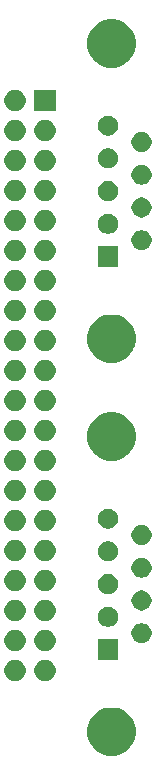
<source format=gbr>
G04 #@! TF.GenerationSoftware,KiCad,Pcbnew,(5.1.5)-3*
G04 #@! TF.CreationDate,2020-11-07T17:13:46+10:00*
G04 #@! TF.ProjectId,RaspberryPiGPIO-DualSegaController,52617370-6265-4727-9279-50694750494f,rev?*
G04 #@! TF.SameCoordinates,Original*
G04 #@! TF.FileFunction,Soldermask,Bot*
G04 #@! TF.FilePolarity,Negative*
%FSLAX46Y46*%
G04 Gerber Fmt 4.6, Leading zero omitted, Abs format (unit mm)*
G04 Created by KiCad (PCBNEW (5.1.5)-3) date 2020-11-07 17:13:46*
%MOMM*%
%LPD*%
G04 APERTURE LIST*
%ADD10C,0.100000*%
G04 APERTURE END LIST*
D10*
G36*
X115452254Y-118525818D02*
G01*
X115825511Y-118680426D01*
X115825513Y-118680427D01*
X116161436Y-118904884D01*
X116447116Y-119190564D01*
X116671574Y-119526489D01*
X116826182Y-119899746D01*
X116905000Y-120295993D01*
X116905000Y-120700007D01*
X116826182Y-121096254D01*
X116671574Y-121469511D01*
X116671573Y-121469513D01*
X116447116Y-121805436D01*
X116161436Y-122091116D01*
X115825513Y-122315573D01*
X115825512Y-122315574D01*
X115825511Y-122315574D01*
X115452254Y-122470182D01*
X115056007Y-122549000D01*
X114651993Y-122549000D01*
X114255746Y-122470182D01*
X113882489Y-122315574D01*
X113882488Y-122315574D01*
X113882487Y-122315573D01*
X113546564Y-122091116D01*
X113260884Y-121805436D01*
X113036427Y-121469513D01*
X113036426Y-121469511D01*
X112881818Y-121096254D01*
X112803000Y-120700007D01*
X112803000Y-120295993D01*
X112881818Y-119899746D01*
X113036426Y-119526489D01*
X113260884Y-119190564D01*
X113546564Y-118904884D01*
X113882487Y-118680427D01*
X113882489Y-118680426D01*
X114255746Y-118525818D01*
X114651993Y-118447000D01*
X115056007Y-118447000D01*
X115452254Y-118525818D01*
G37*
G36*
X109333512Y-114419927D02*
G01*
X109482812Y-114449624D01*
X109646784Y-114517544D01*
X109794354Y-114616147D01*
X109919853Y-114741646D01*
X110018456Y-114889216D01*
X110086376Y-115053188D01*
X110121000Y-115227259D01*
X110121000Y-115404741D01*
X110086376Y-115578812D01*
X110018456Y-115742784D01*
X109919853Y-115890354D01*
X109794354Y-116015853D01*
X109646784Y-116114456D01*
X109482812Y-116182376D01*
X109333512Y-116212073D01*
X109308742Y-116217000D01*
X109131258Y-116217000D01*
X109106488Y-116212073D01*
X108957188Y-116182376D01*
X108793216Y-116114456D01*
X108645646Y-116015853D01*
X108520147Y-115890354D01*
X108421544Y-115742784D01*
X108353624Y-115578812D01*
X108319000Y-115404741D01*
X108319000Y-115227259D01*
X108353624Y-115053188D01*
X108421544Y-114889216D01*
X108520147Y-114741646D01*
X108645646Y-114616147D01*
X108793216Y-114517544D01*
X108957188Y-114449624D01*
X109106488Y-114419927D01*
X109131258Y-114415000D01*
X109308742Y-114415000D01*
X109333512Y-114419927D01*
G37*
G36*
X106793512Y-114419927D02*
G01*
X106942812Y-114449624D01*
X107106784Y-114517544D01*
X107254354Y-114616147D01*
X107379853Y-114741646D01*
X107478456Y-114889216D01*
X107546376Y-115053188D01*
X107581000Y-115227259D01*
X107581000Y-115404741D01*
X107546376Y-115578812D01*
X107478456Y-115742784D01*
X107379853Y-115890354D01*
X107254354Y-116015853D01*
X107106784Y-116114456D01*
X106942812Y-116182376D01*
X106793512Y-116212073D01*
X106768742Y-116217000D01*
X106591258Y-116217000D01*
X106566488Y-116212073D01*
X106417188Y-116182376D01*
X106253216Y-116114456D01*
X106105646Y-116015853D01*
X105980147Y-115890354D01*
X105881544Y-115742784D01*
X105813624Y-115578812D01*
X105779000Y-115404741D01*
X105779000Y-115227259D01*
X105813624Y-115053188D01*
X105881544Y-114889216D01*
X105980147Y-114741646D01*
X106105646Y-114616147D01*
X106253216Y-114517544D01*
X106417188Y-114449624D01*
X106566488Y-114419927D01*
X106591258Y-114415000D01*
X106768742Y-114415000D01*
X106793512Y-114419927D01*
G37*
G36*
X115405000Y-114389000D02*
G01*
X113703000Y-114389000D01*
X113703000Y-112687000D01*
X115405000Y-112687000D01*
X115405000Y-114389000D01*
G37*
G36*
X109333512Y-111879927D02*
G01*
X109482812Y-111909624D01*
X109646784Y-111977544D01*
X109794354Y-112076147D01*
X109919853Y-112201646D01*
X110018456Y-112349216D01*
X110086376Y-112513188D01*
X110116073Y-112662488D01*
X110120949Y-112687000D01*
X110121000Y-112687259D01*
X110121000Y-112864741D01*
X110086376Y-113038812D01*
X110018456Y-113202784D01*
X109919853Y-113350354D01*
X109794354Y-113475853D01*
X109646784Y-113574456D01*
X109482812Y-113642376D01*
X109333512Y-113672073D01*
X109308742Y-113677000D01*
X109131258Y-113677000D01*
X109106488Y-113672073D01*
X108957188Y-113642376D01*
X108793216Y-113574456D01*
X108645646Y-113475853D01*
X108520147Y-113350354D01*
X108421544Y-113202784D01*
X108353624Y-113038812D01*
X108319000Y-112864741D01*
X108319000Y-112687259D01*
X108319052Y-112687000D01*
X108323927Y-112662488D01*
X108353624Y-112513188D01*
X108421544Y-112349216D01*
X108520147Y-112201646D01*
X108645646Y-112076147D01*
X108793216Y-111977544D01*
X108957188Y-111909624D01*
X109106488Y-111879927D01*
X109131258Y-111875000D01*
X109308742Y-111875000D01*
X109333512Y-111879927D01*
G37*
G36*
X106793512Y-111879927D02*
G01*
X106942812Y-111909624D01*
X107106784Y-111977544D01*
X107254354Y-112076147D01*
X107379853Y-112201646D01*
X107478456Y-112349216D01*
X107546376Y-112513188D01*
X107576073Y-112662488D01*
X107580949Y-112687000D01*
X107581000Y-112687259D01*
X107581000Y-112864741D01*
X107546376Y-113038812D01*
X107478456Y-113202784D01*
X107379853Y-113350354D01*
X107254354Y-113475853D01*
X107106784Y-113574456D01*
X106942812Y-113642376D01*
X106793512Y-113672073D01*
X106768742Y-113677000D01*
X106591258Y-113677000D01*
X106566488Y-113672073D01*
X106417188Y-113642376D01*
X106253216Y-113574456D01*
X106105646Y-113475853D01*
X105980147Y-113350354D01*
X105881544Y-113202784D01*
X105813624Y-113038812D01*
X105779000Y-112864741D01*
X105779000Y-112687259D01*
X105779052Y-112687000D01*
X105783927Y-112662488D01*
X105813624Y-112513188D01*
X105881544Y-112349216D01*
X105980147Y-112201646D01*
X106105646Y-112076147D01*
X106253216Y-111977544D01*
X106417188Y-111909624D01*
X106566488Y-111879927D01*
X106591258Y-111875000D01*
X106768742Y-111875000D01*
X106793512Y-111879927D01*
G37*
G36*
X117642228Y-111334703D02*
G01*
X117797100Y-111398853D01*
X117936481Y-111491985D01*
X118055015Y-111610519D01*
X118148147Y-111749900D01*
X118212297Y-111904772D01*
X118245000Y-112069184D01*
X118245000Y-112236816D01*
X118212297Y-112401228D01*
X118148147Y-112556100D01*
X118055015Y-112695481D01*
X117936481Y-112814015D01*
X117797100Y-112907147D01*
X117642228Y-112971297D01*
X117477816Y-113004000D01*
X117310184Y-113004000D01*
X117145772Y-112971297D01*
X116990900Y-112907147D01*
X116851519Y-112814015D01*
X116732985Y-112695481D01*
X116639853Y-112556100D01*
X116575703Y-112401228D01*
X116543000Y-112236816D01*
X116543000Y-112069184D01*
X116575703Y-111904772D01*
X116639853Y-111749900D01*
X116732985Y-111610519D01*
X116851519Y-111491985D01*
X116990900Y-111398853D01*
X117145772Y-111334703D01*
X117310184Y-111302000D01*
X117477816Y-111302000D01*
X117642228Y-111334703D01*
G37*
G36*
X114802228Y-109949703D02*
G01*
X114957100Y-110013853D01*
X115096481Y-110106985D01*
X115215015Y-110225519D01*
X115308147Y-110364900D01*
X115372297Y-110519772D01*
X115405000Y-110684184D01*
X115405000Y-110851816D01*
X115372297Y-111016228D01*
X115308147Y-111171100D01*
X115215015Y-111310481D01*
X115096481Y-111429015D01*
X114957100Y-111522147D01*
X114802228Y-111586297D01*
X114637816Y-111619000D01*
X114470184Y-111619000D01*
X114305772Y-111586297D01*
X114150900Y-111522147D01*
X114011519Y-111429015D01*
X113892985Y-111310481D01*
X113799853Y-111171100D01*
X113735703Y-111016228D01*
X113703000Y-110851816D01*
X113703000Y-110684184D01*
X113735703Y-110519772D01*
X113799853Y-110364900D01*
X113892985Y-110225519D01*
X114011519Y-110106985D01*
X114150900Y-110013853D01*
X114305772Y-109949703D01*
X114470184Y-109917000D01*
X114637816Y-109917000D01*
X114802228Y-109949703D01*
G37*
G36*
X109333512Y-109339927D02*
G01*
X109482812Y-109369624D01*
X109646784Y-109437544D01*
X109794354Y-109536147D01*
X109919853Y-109661646D01*
X110018456Y-109809216D01*
X110086376Y-109973188D01*
X110121000Y-110147259D01*
X110121000Y-110324741D01*
X110086376Y-110498812D01*
X110018456Y-110662784D01*
X109919853Y-110810354D01*
X109794354Y-110935853D01*
X109646784Y-111034456D01*
X109482812Y-111102376D01*
X109333512Y-111132073D01*
X109308742Y-111137000D01*
X109131258Y-111137000D01*
X109106488Y-111132073D01*
X108957188Y-111102376D01*
X108793216Y-111034456D01*
X108645646Y-110935853D01*
X108520147Y-110810354D01*
X108421544Y-110662784D01*
X108353624Y-110498812D01*
X108319000Y-110324741D01*
X108319000Y-110147259D01*
X108353624Y-109973188D01*
X108421544Y-109809216D01*
X108520147Y-109661646D01*
X108645646Y-109536147D01*
X108793216Y-109437544D01*
X108957188Y-109369624D01*
X109106488Y-109339927D01*
X109131258Y-109335000D01*
X109308742Y-109335000D01*
X109333512Y-109339927D01*
G37*
G36*
X106793512Y-109339927D02*
G01*
X106942812Y-109369624D01*
X107106784Y-109437544D01*
X107254354Y-109536147D01*
X107379853Y-109661646D01*
X107478456Y-109809216D01*
X107546376Y-109973188D01*
X107581000Y-110147259D01*
X107581000Y-110324741D01*
X107546376Y-110498812D01*
X107478456Y-110662784D01*
X107379853Y-110810354D01*
X107254354Y-110935853D01*
X107106784Y-111034456D01*
X106942812Y-111102376D01*
X106793512Y-111132073D01*
X106768742Y-111137000D01*
X106591258Y-111137000D01*
X106566488Y-111132073D01*
X106417188Y-111102376D01*
X106253216Y-111034456D01*
X106105646Y-110935853D01*
X105980147Y-110810354D01*
X105881544Y-110662784D01*
X105813624Y-110498812D01*
X105779000Y-110324741D01*
X105779000Y-110147259D01*
X105813624Y-109973188D01*
X105881544Y-109809216D01*
X105980147Y-109661646D01*
X106105646Y-109536147D01*
X106253216Y-109437544D01*
X106417188Y-109369624D01*
X106566488Y-109339927D01*
X106591258Y-109335000D01*
X106768742Y-109335000D01*
X106793512Y-109339927D01*
G37*
G36*
X117642228Y-108564703D02*
G01*
X117797100Y-108628853D01*
X117936481Y-108721985D01*
X118055015Y-108840519D01*
X118148147Y-108979900D01*
X118212297Y-109134772D01*
X118245000Y-109299184D01*
X118245000Y-109466816D01*
X118212297Y-109631228D01*
X118148147Y-109786100D01*
X118055015Y-109925481D01*
X117936481Y-110044015D01*
X117797100Y-110137147D01*
X117642228Y-110201297D01*
X117477816Y-110234000D01*
X117310184Y-110234000D01*
X117145772Y-110201297D01*
X116990900Y-110137147D01*
X116851519Y-110044015D01*
X116732985Y-109925481D01*
X116639853Y-109786100D01*
X116575703Y-109631228D01*
X116543000Y-109466816D01*
X116543000Y-109299184D01*
X116575703Y-109134772D01*
X116639853Y-108979900D01*
X116732985Y-108840519D01*
X116851519Y-108721985D01*
X116990900Y-108628853D01*
X117145772Y-108564703D01*
X117310184Y-108532000D01*
X117477816Y-108532000D01*
X117642228Y-108564703D01*
G37*
G36*
X114802228Y-107179703D02*
G01*
X114957100Y-107243853D01*
X115096481Y-107336985D01*
X115215015Y-107455519D01*
X115308147Y-107594900D01*
X115372297Y-107749772D01*
X115405000Y-107914184D01*
X115405000Y-108081816D01*
X115372297Y-108246228D01*
X115308147Y-108401100D01*
X115215015Y-108540481D01*
X115096481Y-108659015D01*
X114957100Y-108752147D01*
X114802228Y-108816297D01*
X114637816Y-108849000D01*
X114470184Y-108849000D01*
X114305772Y-108816297D01*
X114150900Y-108752147D01*
X114011519Y-108659015D01*
X113892985Y-108540481D01*
X113799853Y-108401100D01*
X113735703Y-108246228D01*
X113703000Y-108081816D01*
X113703000Y-107914184D01*
X113735703Y-107749772D01*
X113799853Y-107594900D01*
X113892985Y-107455519D01*
X114011519Y-107336985D01*
X114150900Y-107243853D01*
X114305772Y-107179703D01*
X114470184Y-107147000D01*
X114637816Y-107147000D01*
X114802228Y-107179703D01*
G37*
G36*
X109333512Y-106799927D02*
G01*
X109482812Y-106829624D01*
X109646784Y-106897544D01*
X109794354Y-106996147D01*
X109919853Y-107121646D01*
X110018456Y-107269216D01*
X110086376Y-107433188D01*
X110121000Y-107607259D01*
X110121000Y-107784741D01*
X110086376Y-107958812D01*
X110018456Y-108122784D01*
X109919853Y-108270354D01*
X109794354Y-108395853D01*
X109646784Y-108494456D01*
X109482812Y-108562376D01*
X109333512Y-108592073D01*
X109308742Y-108597000D01*
X109131258Y-108597000D01*
X109106488Y-108592073D01*
X108957188Y-108562376D01*
X108793216Y-108494456D01*
X108645646Y-108395853D01*
X108520147Y-108270354D01*
X108421544Y-108122784D01*
X108353624Y-107958812D01*
X108319000Y-107784741D01*
X108319000Y-107607259D01*
X108353624Y-107433188D01*
X108421544Y-107269216D01*
X108520147Y-107121646D01*
X108645646Y-106996147D01*
X108793216Y-106897544D01*
X108957188Y-106829624D01*
X109106488Y-106799927D01*
X109131258Y-106795000D01*
X109308742Y-106795000D01*
X109333512Y-106799927D01*
G37*
G36*
X106793512Y-106799927D02*
G01*
X106942812Y-106829624D01*
X107106784Y-106897544D01*
X107254354Y-106996147D01*
X107379853Y-107121646D01*
X107478456Y-107269216D01*
X107546376Y-107433188D01*
X107581000Y-107607259D01*
X107581000Y-107784741D01*
X107546376Y-107958812D01*
X107478456Y-108122784D01*
X107379853Y-108270354D01*
X107254354Y-108395853D01*
X107106784Y-108494456D01*
X106942812Y-108562376D01*
X106793512Y-108592073D01*
X106768742Y-108597000D01*
X106591258Y-108597000D01*
X106566488Y-108592073D01*
X106417188Y-108562376D01*
X106253216Y-108494456D01*
X106105646Y-108395853D01*
X105980147Y-108270354D01*
X105881544Y-108122784D01*
X105813624Y-107958812D01*
X105779000Y-107784741D01*
X105779000Y-107607259D01*
X105813624Y-107433188D01*
X105881544Y-107269216D01*
X105980147Y-107121646D01*
X106105646Y-106996147D01*
X106253216Y-106897544D01*
X106417188Y-106829624D01*
X106566488Y-106799927D01*
X106591258Y-106795000D01*
X106768742Y-106795000D01*
X106793512Y-106799927D01*
G37*
G36*
X117642228Y-105794703D02*
G01*
X117797100Y-105858853D01*
X117936481Y-105951985D01*
X118055015Y-106070519D01*
X118148147Y-106209900D01*
X118212297Y-106364772D01*
X118245000Y-106529184D01*
X118245000Y-106696816D01*
X118212297Y-106861228D01*
X118148147Y-107016100D01*
X118055015Y-107155481D01*
X117936481Y-107274015D01*
X117797100Y-107367147D01*
X117642228Y-107431297D01*
X117477816Y-107464000D01*
X117310184Y-107464000D01*
X117145772Y-107431297D01*
X116990900Y-107367147D01*
X116851519Y-107274015D01*
X116732985Y-107155481D01*
X116639853Y-107016100D01*
X116575703Y-106861228D01*
X116543000Y-106696816D01*
X116543000Y-106529184D01*
X116575703Y-106364772D01*
X116639853Y-106209900D01*
X116732985Y-106070519D01*
X116851519Y-105951985D01*
X116990900Y-105858853D01*
X117145772Y-105794703D01*
X117310184Y-105762000D01*
X117477816Y-105762000D01*
X117642228Y-105794703D01*
G37*
G36*
X114802228Y-104409703D02*
G01*
X114957100Y-104473853D01*
X115096481Y-104566985D01*
X115215015Y-104685519D01*
X115308147Y-104824900D01*
X115372297Y-104979772D01*
X115405000Y-105144184D01*
X115405000Y-105311816D01*
X115372297Y-105476228D01*
X115308147Y-105631100D01*
X115215015Y-105770481D01*
X115096481Y-105889015D01*
X114957100Y-105982147D01*
X114802228Y-106046297D01*
X114637816Y-106079000D01*
X114470184Y-106079000D01*
X114305772Y-106046297D01*
X114150900Y-105982147D01*
X114011519Y-105889015D01*
X113892985Y-105770481D01*
X113799853Y-105631100D01*
X113735703Y-105476228D01*
X113703000Y-105311816D01*
X113703000Y-105144184D01*
X113735703Y-104979772D01*
X113799853Y-104824900D01*
X113892985Y-104685519D01*
X114011519Y-104566985D01*
X114150900Y-104473853D01*
X114305772Y-104409703D01*
X114470184Y-104377000D01*
X114637816Y-104377000D01*
X114802228Y-104409703D01*
G37*
G36*
X106793512Y-104259927D02*
G01*
X106942812Y-104289624D01*
X107106784Y-104357544D01*
X107254354Y-104456147D01*
X107379853Y-104581646D01*
X107478456Y-104729216D01*
X107546376Y-104893188D01*
X107581000Y-105067259D01*
X107581000Y-105244741D01*
X107546376Y-105418812D01*
X107478456Y-105582784D01*
X107379853Y-105730354D01*
X107254354Y-105855853D01*
X107106784Y-105954456D01*
X106942812Y-106022376D01*
X106793512Y-106052073D01*
X106768742Y-106057000D01*
X106591258Y-106057000D01*
X106566488Y-106052073D01*
X106417188Y-106022376D01*
X106253216Y-105954456D01*
X106105646Y-105855853D01*
X105980147Y-105730354D01*
X105881544Y-105582784D01*
X105813624Y-105418812D01*
X105779000Y-105244741D01*
X105779000Y-105067259D01*
X105813624Y-104893188D01*
X105881544Y-104729216D01*
X105980147Y-104581646D01*
X106105646Y-104456147D01*
X106253216Y-104357544D01*
X106417188Y-104289624D01*
X106566488Y-104259927D01*
X106591258Y-104255000D01*
X106768742Y-104255000D01*
X106793512Y-104259927D01*
G37*
G36*
X109333512Y-104259927D02*
G01*
X109482812Y-104289624D01*
X109646784Y-104357544D01*
X109794354Y-104456147D01*
X109919853Y-104581646D01*
X110018456Y-104729216D01*
X110086376Y-104893188D01*
X110121000Y-105067259D01*
X110121000Y-105244741D01*
X110086376Y-105418812D01*
X110018456Y-105582784D01*
X109919853Y-105730354D01*
X109794354Y-105855853D01*
X109646784Y-105954456D01*
X109482812Y-106022376D01*
X109333512Y-106052073D01*
X109308742Y-106057000D01*
X109131258Y-106057000D01*
X109106488Y-106052073D01*
X108957188Y-106022376D01*
X108793216Y-105954456D01*
X108645646Y-105855853D01*
X108520147Y-105730354D01*
X108421544Y-105582784D01*
X108353624Y-105418812D01*
X108319000Y-105244741D01*
X108319000Y-105067259D01*
X108353624Y-104893188D01*
X108421544Y-104729216D01*
X108520147Y-104581646D01*
X108645646Y-104456147D01*
X108793216Y-104357544D01*
X108957188Y-104289624D01*
X109106488Y-104259927D01*
X109131258Y-104255000D01*
X109308742Y-104255000D01*
X109333512Y-104259927D01*
G37*
G36*
X117642228Y-103024703D02*
G01*
X117797100Y-103088853D01*
X117936481Y-103181985D01*
X118055015Y-103300519D01*
X118148147Y-103439900D01*
X118212297Y-103594772D01*
X118245000Y-103759184D01*
X118245000Y-103926816D01*
X118212297Y-104091228D01*
X118148147Y-104246100D01*
X118055015Y-104385481D01*
X117936481Y-104504015D01*
X117797100Y-104597147D01*
X117642228Y-104661297D01*
X117477816Y-104694000D01*
X117310184Y-104694000D01*
X117145772Y-104661297D01*
X116990900Y-104597147D01*
X116851519Y-104504015D01*
X116732985Y-104385481D01*
X116639853Y-104246100D01*
X116575703Y-104091228D01*
X116543000Y-103926816D01*
X116543000Y-103759184D01*
X116575703Y-103594772D01*
X116639853Y-103439900D01*
X116732985Y-103300519D01*
X116851519Y-103181985D01*
X116990900Y-103088853D01*
X117145772Y-103024703D01*
X117310184Y-102992000D01*
X117477816Y-102992000D01*
X117642228Y-103024703D01*
G37*
G36*
X109333512Y-101719927D02*
G01*
X109482812Y-101749624D01*
X109646784Y-101817544D01*
X109794354Y-101916147D01*
X109919853Y-102041646D01*
X110018456Y-102189216D01*
X110086376Y-102353188D01*
X110121000Y-102527259D01*
X110121000Y-102704741D01*
X110086376Y-102878812D01*
X110018456Y-103042784D01*
X109919853Y-103190354D01*
X109794354Y-103315853D01*
X109646784Y-103414456D01*
X109482812Y-103482376D01*
X109333512Y-103512073D01*
X109308742Y-103517000D01*
X109131258Y-103517000D01*
X109106488Y-103512073D01*
X108957188Y-103482376D01*
X108793216Y-103414456D01*
X108645646Y-103315853D01*
X108520147Y-103190354D01*
X108421544Y-103042784D01*
X108353624Y-102878812D01*
X108319000Y-102704741D01*
X108319000Y-102527259D01*
X108353624Y-102353188D01*
X108421544Y-102189216D01*
X108520147Y-102041646D01*
X108645646Y-101916147D01*
X108793216Y-101817544D01*
X108957188Y-101749624D01*
X109106488Y-101719927D01*
X109131258Y-101715000D01*
X109308742Y-101715000D01*
X109333512Y-101719927D01*
G37*
G36*
X106793512Y-101719927D02*
G01*
X106942812Y-101749624D01*
X107106784Y-101817544D01*
X107254354Y-101916147D01*
X107379853Y-102041646D01*
X107478456Y-102189216D01*
X107546376Y-102353188D01*
X107581000Y-102527259D01*
X107581000Y-102704741D01*
X107546376Y-102878812D01*
X107478456Y-103042784D01*
X107379853Y-103190354D01*
X107254354Y-103315853D01*
X107106784Y-103414456D01*
X106942812Y-103482376D01*
X106793512Y-103512073D01*
X106768742Y-103517000D01*
X106591258Y-103517000D01*
X106566488Y-103512073D01*
X106417188Y-103482376D01*
X106253216Y-103414456D01*
X106105646Y-103315853D01*
X105980147Y-103190354D01*
X105881544Y-103042784D01*
X105813624Y-102878812D01*
X105779000Y-102704741D01*
X105779000Y-102527259D01*
X105813624Y-102353188D01*
X105881544Y-102189216D01*
X105980147Y-102041646D01*
X106105646Y-101916147D01*
X106253216Y-101817544D01*
X106417188Y-101749624D01*
X106566488Y-101719927D01*
X106591258Y-101715000D01*
X106768742Y-101715000D01*
X106793512Y-101719927D01*
G37*
G36*
X114802228Y-101639703D02*
G01*
X114957100Y-101703853D01*
X115096481Y-101796985D01*
X115215015Y-101915519D01*
X115308147Y-102054900D01*
X115372297Y-102209772D01*
X115405000Y-102374184D01*
X115405000Y-102541816D01*
X115372297Y-102706228D01*
X115308147Y-102861100D01*
X115215015Y-103000481D01*
X115096481Y-103119015D01*
X114957100Y-103212147D01*
X114802228Y-103276297D01*
X114637816Y-103309000D01*
X114470184Y-103309000D01*
X114305772Y-103276297D01*
X114150900Y-103212147D01*
X114011519Y-103119015D01*
X113892985Y-103000481D01*
X113799853Y-102861100D01*
X113735703Y-102706228D01*
X113703000Y-102541816D01*
X113703000Y-102374184D01*
X113735703Y-102209772D01*
X113799853Y-102054900D01*
X113892985Y-101915519D01*
X114011519Y-101796985D01*
X114150900Y-101703853D01*
X114305772Y-101639703D01*
X114470184Y-101607000D01*
X114637816Y-101607000D01*
X114802228Y-101639703D01*
G37*
G36*
X109333512Y-99179927D02*
G01*
X109482812Y-99209624D01*
X109646784Y-99277544D01*
X109794354Y-99376147D01*
X109919853Y-99501646D01*
X110018456Y-99649216D01*
X110086376Y-99813188D01*
X110121000Y-99987259D01*
X110121000Y-100164741D01*
X110086376Y-100338812D01*
X110018456Y-100502784D01*
X109919853Y-100650354D01*
X109794354Y-100775853D01*
X109646784Y-100874456D01*
X109482812Y-100942376D01*
X109333512Y-100972073D01*
X109308742Y-100977000D01*
X109131258Y-100977000D01*
X109106488Y-100972073D01*
X108957188Y-100942376D01*
X108793216Y-100874456D01*
X108645646Y-100775853D01*
X108520147Y-100650354D01*
X108421544Y-100502784D01*
X108353624Y-100338812D01*
X108319000Y-100164741D01*
X108319000Y-99987259D01*
X108353624Y-99813188D01*
X108421544Y-99649216D01*
X108520147Y-99501646D01*
X108645646Y-99376147D01*
X108793216Y-99277544D01*
X108957188Y-99209624D01*
X109106488Y-99179927D01*
X109131258Y-99175000D01*
X109308742Y-99175000D01*
X109333512Y-99179927D01*
G37*
G36*
X106793512Y-99179927D02*
G01*
X106942812Y-99209624D01*
X107106784Y-99277544D01*
X107254354Y-99376147D01*
X107379853Y-99501646D01*
X107478456Y-99649216D01*
X107546376Y-99813188D01*
X107581000Y-99987259D01*
X107581000Y-100164741D01*
X107546376Y-100338812D01*
X107478456Y-100502784D01*
X107379853Y-100650354D01*
X107254354Y-100775853D01*
X107106784Y-100874456D01*
X106942812Y-100942376D01*
X106793512Y-100972073D01*
X106768742Y-100977000D01*
X106591258Y-100977000D01*
X106566488Y-100972073D01*
X106417188Y-100942376D01*
X106253216Y-100874456D01*
X106105646Y-100775853D01*
X105980147Y-100650354D01*
X105881544Y-100502784D01*
X105813624Y-100338812D01*
X105779000Y-100164741D01*
X105779000Y-99987259D01*
X105813624Y-99813188D01*
X105881544Y-99649216D01*
X105980147Y-99501646D01*
X106105646Y-99376147D01*
X106253216Y-99277544D01*
X106417188Y-99209624D01*
X106566488Y-99179927D01*
X106591258Y-99175000D01*
X106768742Y-99175000D01*
X106793512Y-99179927D01*
G37*
G36*
X106793512Y-96639927D02*
G01*
X106942812Y-96669624D01*
X107106784Y-96737544D01*
X107254354Y-96836147D01*
X107379853Y-96961646D01*
X107478456Y-97109216D01*
X107546376Y-97273188D01*
X107581000Y-97447259D01*
X107581000Y-97624741D01*
X107546376Y-97798812D01*
X107478456Y-97962784D01*
X107379853Y-98110354D01*
X107254354Y-98235853D01*
X107106784Y-98334456D01*
X106942812Y-98402376D01*
X106793512Y-98432073D01*
X106768742Y-98437000D01*
X106591258Y-98437000D01*
X106566488Y-98432073D01*
X106417188Y-98402376D01*
X106253216Y-98334456D01*
X106105646Y-98235853D01*
X105980147Y-98110354D01*
X105881544Y-97962784D01*
X105813624Y-97798812D01*
X105779000Y-97624741D01*
X105779000Y-97447259D01*
X105813624Y-97273188D01*
X105881544Y-97109216D01*
X105980147Y-96961646D01*
X106105646Y-96836147D01*
X106253216Y-96737544D01*
X106417188Y-96669624D01*
X106566488Y-96639927D01*
X106591258Y-96635000D01*
X106768742Y-96635000D01*
X106793512Y-96639927D01*
G37*
G36*
X109333512Y-96639927D02*
G01*
X109482812Y-96669624D01*
X109646784Y-96737544D01*
X109794354Y-96836147D01*
X109919853Y-96961646D01*
X110018456Y-97109216D01*
X110086376Y-97273188D01*
X110121000Y-97447259D01*
X110121000Y-97624741D01*
X110086376Y-97798812D01*
X110018456Y-97962784D01*
X109919853Y-98110354D01*
X109794354Y-98235853D01*
X109646784Y-98334456D01*
X109482812Y-98402376D01*
X109333512Y-98432073D01*
X109308742Y-98437000D01*
X109131258Y-98437000D01*
X109106488Y-98432073D01*
X108957188Y-98402376D01*
X108793216Y-98334456D01*
X108645646Y-98235853D01*
X108520147Y-98110354D01*
X108421544Y-97962784D01*
X108353624Y-97798812D01*
X108319000Y-97624741D01*
X108319000Y-97447259D01*
X108353624Y-97273188D01*
X108421544Y-97109216D01*
X108520147Y-96961646D01*
X108645646Y-96836147D01*
X108793216Y-96737544D01*
X108957188Y-96669624D01*
X109106488Y-96639927D01*
X109131258Y-96635000D01*
X109308742Y-96635000D01*
X109333512Y-96639927D01*
G37*
G36*
X115452254Y-93525818D02*
G01*
X115825511Y-93680426D01*
X115825513Y-93680427D01*
X116161436Y-93904884D01*
X116447116Y-94190564D01*
X116671574Y-94526489D01*
X116826182Y-94899746D01*
X116905000Y-95295993D01*
X116905000Y-95700007D01*
X116826182Y-96096254D01*
X116671574Y-96469511D01*
X116671573Y-96469513D01*
X116447116Y-96805436D01*
X116161436Y-97091116D01*
X115825513Y-97315573D01*
X115825512Y-97315574D01*
X115825511Y-97315574D01*
X115452254Y-97470182D01*
X115056007Y-97549000D01*
X114651993Y-97549000D01*
X114255746Y-97470182D01*
X113882489Y-97315574D01*
X113882488Y-97315574D01*
X113882487Y-97315573D01*
X113546564Y-97091116D01*
X113260884Y-96805436D01*
X113036427Y-96469513D01*
X113036426Y-96469511D01*
X112881818Y-96096254D01*
X112803000Y-95700007D01*
X112803000Y-95295993D01*
X112881818Y-94899746D01*
X113036426Y-94526489D01*
X113260884Y-94190564D01*
X113546564Y-93904884D01*
X113882487Y-93680427D01*
X113882489Y-93680426D01*
X114255746Y-93525818D01*
X114651993Y-93447000D01*
X115056007Y-93447000D01*
X115452254Y-93525818D01*
G37*
G36*
X106793512Y-94099927D02*
G01*
X106942812Y-94129624D01*
X107106784Y-94197544D01*
X107254354Y-94296147D01*
X107379853Y-94421646D01*
X107478456Y-94569216D01*
X107546376Y-94733188D01*
X107576073Y-94882488D01*
X107579506Y-94899745D01*
X107581000Y-94907259D01*
X107581000Y-95084741D01*
X107546376Y-95258812D01*
X107478456Y-95422784D01*
X107379853Y-95570354D01*
X107254354Y-95695853D01*
X107106784Y-95794456D01*
X106942812Y-95862376D01*
X106793512Y-95892073D01*
X106768742Y-95897000D01*
X106591258Y-95897000D01*
X106566488Y-95892073D01*
X106417188Y-95862376D01*
X106253216Y-95794456D01*
X106105646Y-95695853D01*
X105980147Y-95570354D01*
X105881544Y-95422784D01*
X105813624Y-95258812D01*
X105779000Y-95084741D01*
X105779000Y-94907259D01*
X105780495Y-94899745D01*
X105783927Y-94882488D01*
X105813624Y-94733188D01*
X105881544Y-94569216D01*
X105980147Y-94421646D01*
X106105646Y-94296147D01*
X106253216Y-94197544D01*
X106417188Y-94129624D01*
X106566488Y-94099927D01*
X106591258Y-94095000D01*
X106768742Y-94095000D01*
X106793512Y-94099927D01*
G37*
G36*
X109333512Y-94099927D02*
G01*
X109482812Y-94129624D01*
X109646784Y-94197544D01*
X109794354Y-94296147D01*
X109919853Y-94421646D01*
X110018456Y-94569216D01*
X110086376Y-94733188D01*
X110116073Y-94882488D01*
X110119506Y-94899745D01*
X110121000Y-94907259D01*
X110121000Y-95084741D01*
X110086376Y-95258812D01*
X110018456Y-95422784D01*
X109919853Y-95570354D01*
X109794354Y-95695853D01*
X109646784Y-95794456D01*
X109482812Y-95862376D01*
X109333512Y-95892073D01*
X109308742Y-95897000D01*
X109131258Y-95897000D01*
X109106488Y-95892073D01*
X108957188Y-95862376D01*
X108793216Y-95794456D01*
X108645646Y-95695853D01*
X108520147Y-95570354D01*
X108421544Y-95422784D01*
X108353624Y-95258812D01*
X108319000Y-95084741D01*
X108319000Y-94907259D01*
X108320495Y-94899745D01*
X108323927Y-94882488D01*
X108353624Y-94733188D01*
X108421544Y-94569216D01*
X108520147Y-94421646D01*
X108645646Y-94296147D01*
X108793216Y-94197544D01*
X108957188Y-94129624D01*
X109106488Y-94099927D01*
X109131258Y-94095000D01*
X109308742Y-94095000D01*
X109333512Y-94099927D01*
G37*
G36*
X106793512Y-91559927D02*
G01*
X106942812Y-91589624D01*
X107106784Y-91657544D01*
X107254354Y-91756147D01*
X107379853Y-91881646D01*
X107478456Y-92029216D01*
X107546376Y-92193188D01*
X107581000Y-92367259D01*
X107581000Y-92544741D01*
X107546376Y-92718812D01*
X107478456Y-92882784D01*
X107379853Y-93030354D01*
X107254354Y-93155853D01*
X107106784Y-93254456D01*
X106942812Y-93322376D01*
X106793512Y-93352073D01*
X106768742Y-93357000D01*
X106591258Y-93357000D01*
X106566488Y-93352073D01*
X106417188Y-93322376D01*
X106253216Y-93254456D01*
X106105646Y-93155853D01*
X105980147Y-93030354D01*
X105881544Y-92882784D01*
X105813624Y-92718812D01*
X105779000Y-92544741D01*
X105779000Y-92367259D01*
X105813624Y-92193188D01*
X105881544Y-92029216D01*
X105980147Y-91881646D01*
X106105646Y-91756147D01*
X106253216Y-91657544D01*
X106417188Y-91589624D01*
X106566488Y-91559927D01*
X106591258Y-91555000D01*
X106768742Y-91555000D01*
X106793512Y-91559927D01*
G37*
G36*
X109333512Y-91559927D02*
G01*
X109482812Y-91589624D01*
X109646784Y-91657544D01*
X109794354Y-91756147D01*
X109919853Y-91881646D01*
X110018456Y-92029216D01*
X110086376Y-92193188D01*
X110121000Y-92367259D01*
X110121000Y-92544741D01*
X110086376Y-92718812D01*
X110018456Y-92882784D01*
X109919853Y-93030354D01*
X109794354Y-93155853D01*
X109646784Y-93254456D01*
X109482812Y-93322376D01*
X109333512Y-93352073D01*
X109308742Y-93357000D01*
X109131258Y-93357000D01*
X109106488Y-93352073D01*
X108957188Y-93322376D01*
X108793216Y-93254456D01*
X108645646Y-93155853D01*
X108520147Y-93030354D01*
X108421544Y-92882784D01*
X108353624Y-92718812D01*
X108319000Y-92544741D01*
X108319000Y-92367259D01*
X108353624Y-92193188D01*
X108421544Y-92029216D01*
X108520147Y-91881646D01*
X108645646Y-91756147D01*
X108793216Y-91657544D01*
X108957188Y-91589624D01*
X109106488Y-91559927D01*
X109131258Y-91555000D01*
X109308742Y-91555000D01*
X109333512Y-91559927D01*
G37*
G36*
X106793512Y-89019927D02*
G01*
X106942812Y-89049624D01*
X107106784Y-89117544D01*
X107254354Y-89216147D01*
X107379853Y-89341646D01*
X107478456Y-89489216D01*
X107546376Y-89653188D01*
X107581000Y-89827259D01*
X107581000Y-90004741D01*
X107546376Y-90178812D01*
X107478456Y-90342784D01*
X107379853Y-90490354D01*
X107254354Y-90615853D01*
X107106784Y-90714456D01*
X106942812Y-90782376D01*
X106793512Y-90812073D01*
X106768742Y-90817000D01*
X106591258Y-90817000D01*
X106566488Y-90812073D01*
X106417188Y-90782376D01*
X106253216Y-90714456D01*
X106105646Y-90615853D01*
X105980147Y-90490354D01*
X105881544Y-90342784D01*
X105813624Y-90178812D01*
X105779000Y-90004741D01*
X105779000Y-89827259D01*
X105813624Y-89653188D01*
X105881544Y-89489216D01*
X105980147Y-89341646D01*
X106105646Y-89216147D01*
X106253216Y-89117544D01*
X106417188Y-89049624D01*
X106566488Y-89019927D01*
X106591258Y-89015000D01*
X106768742Y-89015000D01*
X106793512Y-89019927D01*
G37*
G36*
X109333512Y-89019927D02*
G01*
X109482812Y-89049624D01*
X109646784Y-89117544D01*
X109794354Y-89216147D01*
X109919853Y-89341646D01*
X110018456Y-89489216D01*
X110086376Y-89653188D01*
X110121000Y-89827259D01*
X110121000Y-90004741D01*
X110086376Y-90178812D01*
X110018456Y-90342784D01*
X109919853Y-90490354D01*
X109794354Y-90615853D01*
X109646784Y-90714456D01*
X109482812Y-90782376D01*
X109333512Y-90812073D01*
X109308742Y-90817000D01*
X109131258Y-90817000D01*
X109106488Y-90812073D01*
X108957188Y-90782376D01*
X108793216Y-90714456D01*
X108645646Y-90615853D01*
X108520147Y-90490354D01*
X108421544Y-90342784D01*
X108353624Y-90178812D01*
X108319000Y-90004741D01*
X108319000Y-89827259D01*
X108353624Y-89653188D01*
X108421544Y-89489216D01*
X108520147Y-89341646D01*
X108645646Y-89216147D01*
X108793216Y-89117544D01*
X108957188Y-89049624D01*
X109106488Y-89019927D01*
X109131258Y-89015000D01*
X109308742Y-89015000D01*
X109333512Y-89019927D01*
G37*
G36*
X115452254Y-85251818D02*
G01*
X115825511Y-85406426D01*
X115825513Y-85406427D01*
X115831390Y-85410354D01*
X116161436Y-85630884D01*
X116447116Y-85916564D01*
X116671574Y-86252489D01*
X116826182Y-86625746D01*
X116905000Y-87021993D01*
X116905000Y-87426007D01*
X116826182Y-87822254D01*
X116773121Y-87950354D01*
X116671573Y-88195513D01*
X116447116Y-88531436D01*
X116161436Y-88817116D01*
X115825513Y-89041573D01*
X115825512Y-89041574D01*
X115825511Y-89041574D01*
X115452254Y-89196182D01*
X115056007Y-89275000D01*
X114651993Y-89275000D01*
X114255746Y-89196182D01*
X113882489Y-89041574D01*
X113882488Y-89041574D01*
X113882487Y-89041573D01*
X113546564Y-88817116D01*
X113260884Y-88531436D01*
X113036427Y-88195513D01*
X112934879Y-87950354D01*
X112881818Y-87822254D01*
X112803000Y-87426007D01*
X112803000Y-87021993D01*
X112881818Y-86625746D01*
X113036426Y-86252489D01*
X113260884Y-85916564D01*
X113546564Y-85630884D01*
X113876610Y-85410354D01*
X113882487Y-85406427D01*
X113882489Y-85406426D01*
X114255746Y-85251818D01*
X114651993Y-85173000D01*
X115056007Y-85173000D01*
X115452254Y-85251818D01*
G37*
G36*
X106793512Y-86479927D02*
G01*
X106942812Y-86509624D01*
X107106784Y-86577544D01*
X107254354Y-86676147D01*
X107379853Y-86801646D01*
X107478456Y-86949216D01*
X107546376Y-87113188D01*
X107581000Y-87287259D01*
X107581000Y-87464741D01*
X107546376Y-87638812D01*
X107478456Y-87802784D01*
X107379853Y-87950354D01*
X107254354Y-88075853D01*
X107106784Y-88174456D01*
X106942812Y-88242376D01*
X106793512Y-88272073D01*
X106768742Y-88277000D01*
X106591258Y-88277000D01*
X106566488Y-88272073D01*
X106417188Y-88242376D01*
X106253216Y-88174456D01*
X106105646Y-88075853D01*
X105980147Y-87950354D01*
X105881544Y-87802784D01*
X105813624Y-87638812D01*
X105779000Y-87464741D01*
X105779000Y-87287259D01*
X105813624Y-87113188D01*
X105881544Y-86949216D01*
X105980147Y-86801646D01*
X106105646Y-86676147D01*
X106253216Y-86577544D01*
X106417188Y-86509624D01*
X106566488Y-86479927D01*
X106591258Y-86475000D01*
X106768742Y-86475000D01*
X106793512Y-86479927D01*
G37*
G36*
X109333512Y-86479927D02*
G01*
X109482812Y-86509624D01*
X109646784Y-86577544D01*
X109794354Y-86676147D01*
X109919853Y-86801646D01*
X110018456Y-86949216D01*
X110086376Y-87113188D01*
X110121000Y-87287259D01*
X110121000Y-87464741D01*
X110086376Y-87638812D01*
X110018456Y-87802784D01*
X109919853Y-87950354D01*
X109794354Y-88075853D01*
X109646784Y-88174456D01*
X109482812Y-88242376D01*
X109333512Y-88272073D01*
X109308742Y-88277000D01*
X109131258Y-88277000D01*
X109106488Y-88272073D01*
X108957188Y-88242376D01*
X108793216Y-88174456D01*
X108645646Y-88075853D01*
X108520147Y-87950354D01*
X108421544Y-87802784D01*
X108353624Y-87638812D01*
X108319000Y-87464741D01*
X108319000Y-87287259D01*
X108353624Y-87113188D01*
X108421544Y-86949216D01*
X108520147Y-86801646D01*
X108645646Y-86676147D01*
X108793216Y-86577544D01*
X108957188Y-86509624D01*
X109106488Y-86479927D01*
X109131258Y-86475000D01*
X109308742Y-86475000D01*
X109333512Y-86479927D01*
G37*
G36*
X106793512Y-83939927D02*
G01*
X106942812Y-83969624D01*
X107106784Y-84037544D01*
X107254354Y-84136147D01*
X107379853Y-84261646D01*
X107478456Y-84409216D01*
X107546376Y-84573188D01*
X107581000Y-84747259D01*
X107581000Y-84924741D01*
X107546376Y-85098812D01*
X107478456Y-85262784D01*
X107379853Y-85410354D01*
X107254354Y-85535853D01*
X107106784Y-85634456D01*
X106942812Y-85702376D01*
X106793512Y-85732073D01*
X106768742Y-85737000D01*
X106591258Y-85737000D01*
X106566488Y-85732073D01*
X106417188Y-85702376D01*
X106253216Y-85634456D01*
X106105646Y-85535853D01*
X105980147Y-85410354D01*
X105881544Y-85262784D01*
X105813624Y-85098812D01*
X105779000Y-84924741D01*
X105779000Y-84747259D01*
X105813624Y-84573188D01*
X105881544Y-84409216D01*
X105980147Y-84261646D01*
X106105646Y-84136147D01*
X106253216Y-84037544D01*
X106417188Y-83969624D01*
X106566488Y-83939927D01*
X106591258Y-83935000D01*
X106768742Y-83935000D01*
X106793512Y-83939927D01*
G37*
G36*
X109333512Y-83939927D02*
G01*
X109482812Y-83969624D01*
X109646784Y-84037544D01*
X109794354Y-84136147D01*
X109919853Y-84261646D01*
X110018456Y-84409216D01*
X110086376Y-84573188D01*
X110121000Y-84747259D01*
X110121000Y-84924741D01*
X110086376Y-85098812D01*
X110018456Y-85262784D01*
X109919853Y-85410354D01*
X109794354Y-85535853D01*
X109646784Y-85634456D01*
X109482812Y-85702376D01*
X109333512Y-85732073D01*
X109308742Y-85737000D01*
X109131258Y-85737000D01*
X109106488Y-85732073D01*
X108957188Y-85702376D01*
X108793216Y-85634456D01*
X108645646Y-85535853D01*
X108520147Y-85410354D01*
X108421544Y-85262784D01*
X108353624Y-85098812D01*
X108319000Y-84924741D01*
X108319000Y-84747259D01*
X108353624Y-84573188D01*
X108421544Y-84409216D01*
X108520147Y-84261646D01*
X108645646Y-84136147D01*
X108793216Y-84037544D01*
X108957188Y-83969624D01*
X109106488Y-83939927D01*
X109131258Y-83935000D01*
X109308742Y-83935000D01*
X109333512Y-83939927D01*
G37*
G36*
X106793512Y-81399927D02*
G01*
X106942812Y-81429624D01*
X107106784Y-81497544D01*
X107254354Y-81596147D01*
X107379853Y-81721646D01*
X107478456Y-81869216D01*
X107546376Y-82033188D01*
X107581000Y-82207259D01*
X107581000Y-82384741D01*
X107546376Y-82558812D01*
X107478456Y-82722784D01*
X107379853Y-82870354D01*
X107254354Y-82995853D01*
X107106784Y-83094456D01*
X106942812Y-83162376D01*
X106793512Y-83192073D01*
X106768742Y-83197000D01*
X106591258Y-83197000D01*
X106566488Y-83192073D01*
X106417188Y-83162376D01*
X106253216Y-83094456D01*
X106105646Y-82995853D01*
X105980147Y-82870354D01*
X105881544Y-82722784D01*
X105813624Y-82558812D01*
X105779000Y-82384741D01*
X105779000Y-82207259D01*
X105813624Y-82033188D01*
X105881544Y-81869216D01*
X105980147Y-81721646D01*
X106105646Y-81596147D01*
X106253216Y-81497544D01*
X106417188Y-81429624D01*
X106566488Y-81399927D01*
X106591258Y-81395000D01*
X106768742Y-81395000D01*
X106793512Y-81399927D01*
G37*
G36*
X109333512Y-81399927D02*
G01*
X109482812Y-81429624D01*
X109646784Y-81497544D01*
X109794354Y-81596147D01*
X109919853Y-81721646D01*
X110018456Y-81869216D01*
X110086376Y-82033188D01*
X110121000Y-82207259D01*
X110121000Y-82384741D01*
X110086376Y-82558812D01*
X110018456Y-82722784D01*
X109919853Y-82870354D01*
X109794354Y-82995853D01*
X109646784Y-83094456D01*
X109482812Y-83162376D01*
X109333512Y-83192073D01*
X109308742Y-83197000D01*
X109131258Y-83197000D01*
X109106488Y-83192073D01*
X108957188Y-83162376D01*
X108793216Y-83094456D01*
X108645646Y-82995853D01*
X108520147Y-82870354D01*
X108421544Y-82722784D01*
X108353624Y-82558812D01*
X108319000Y-82384741D01*
X108319000Y-82207259D01*
X108353624Y-82033188D01*
X108421544Y-81869216D01*
X108520147Y-81721646D01*
X108645646Y-81596147D01*
X108793216Y-81497544D01*
X108957188Y-81429624D01*
X109106488Y-81399927D01*
X109131258Y-81395000D01*
X109308742Y-81395000D01*
X109333512Y-81399927D01*
G37*
G36*
X115405000Y-81115000D02*
G01*
X113703000Y-81115000D01*
X113703000Y-79413000D01*
X115405000Y-79413000D01*
X115405000Y-81115000D01*
G37*
G36*
X109333512Y-78859927D02*
G01*
X109482812Y-78889624D01*
X109646784Y-78957544D01*
X109794354Y-79056147D01*
X109919853Y-79181646D01*
X110018456Y-79329216D01*
X110086376Y-79493188D01*
X110121000Y-79667259D01*
X110121000Y-79844741D01*
X110086376Y-80018812D01*
X110018456Y-80182784D01*
X109919853Y-80330354D01*
X109794354Y-80455853D01*
X109646784Y-80554456D01*
X109482812Y-80622376D01*
X109333512Y-80652073D01*
X109308742Y-80657000D01*
X109131258Y-80657000D01*
X109106488Y-80652073D01*
X108957188Y-80622376D01*
X108793216Y-80554456D01*
X108645646Y-80455853D01*
X108520147Y-80330354D01*
X108421544Y-80182784D01*
X108353624Y-80018812D01*
X108319000Y-79844741D01*
X108319000Y-79667259D01*
X108353624Y-79493188D01*
X108421544Y-79329216D01*
X108520147Y-79181646D01*
X108645646Y-79056147D01*
X108793216Y-78957544D01*
X108957188Y-78889624D01*
X109106488Y-78859927D01*
X109131258Y-78855000D01*
X109308742Y-78855000D01*
X109333512Y-78859927D01*
G37*
G36*
X106793512Y-78859927D02*
G01*
X106942812Y-78889624D01*
X107106784Y-78957544D01*
X107254354Y-79056147D01*
X107379853Y-79181646D01*
X107478456Y-79329216D01*
X107546376Y-79493188D01*
X107581000Y-79667259D01*
X107581000Y-79844741D01*
X107546376Y-80018812D01*
X107478456Y-80182784D01*
X107379853Y-80330354D01*
X107254354Y-80455853D01*
X107106784Y-80554456D01*
X106942812Y-80622376D01*
X106793512Y-80652073D01*
X106768742Y-80657000D01*
X106591258Y-80657000D01*
X106566488Y-80652073D01*
X106417188Y-80622376D01*
X106253216Y-80554456D01*
X106105646Y-80455853D01*
X105980147Y-80330354D01*
X105881544Y-80182784D01*
X105813624Y-80018812D01*
X105779000Y-79844741D01*
X105779000Y-79667259D01*
X105813624Y-79493188D01*
X105881544Y-79329216D01*
X105980147Y-79181646D01*
X106105646Y-79056147D01*
X106253216Y-78957544D01*
X106417188Y-78889624D01*
X106566488Y-78859927D01*
X106591258Y-78855000D01*
X106768742Y-78855000D01*
X106793512Y-78859927D01*
G37*
G36*
X117642228Y-78060703D02*
G01*
X117797100Y-78124853D01*
X117936481Y-78217985D01*
X118055015Y-78336519D01*
X118148147Y-78475900D01*
X118212297Y-78630772D01*
X118245000Y-78795184D01*
X118245000Y-78962816D01*
X118212297Y-79127228D01*
X118148147Y-79282100D01*
X118055015Y-79421481D01*
X117936481Y-79540015D01*
X117797100Y-79633147D01*
X117642228Y-79697297D01*
X117477816Y-79730000D01*
X117310184Y-79730000D01*
X117145772Y-79697297D01*
X116990900Y-79633147D01*
X116851519Y-79540015D01*
X116732985Y-79421481D01*
X116639853Y-79282100D01*
X116575703Y-79127228D01*
X116543000Y-78962816D01*
X116543000Y-78795184D01*
X116575703Y-78630772D01*
X116639853Y-78475900D01*
X116732985Y-78336519D01*
X116851519Y-78217985D01*
X116990900Y-78124853D01*
X117145772Y-78060703D01*
X117310184Y-78028000D01*
X117477816Y-78028000D01*
X117642228Y-78060703D01*
G37*
G36*
X114802228Y-76675703D02*
G01*
X114957100Y-76739853D01*
X115096481Y-76832985D01*
X115215015Y-76951519D01*
X115308147Y-77090900D01*
X115372297Y-77245772D01*
X115405000Y-77410184D01*
X115405000Y-77577816D01*
X115372297Y-77742228D01*
X115308147Y-77897100D01*
X115215015Y-78036481D01*
X115096481Y-78155015D01*
X114957100Y-78248147D01*
X114802228Y-78312297D01*
X114637816Y-78345000D01*
X114470184Y-78345000D01*
X114305772Y-78312297D01*
X114150900Y-78248147D01*
X114011519Y-78155015D01*
X113892985Y-78036481D01*
X113799853Y-77897100D01*
X113735703Y-77742228D01*
X113703000Y-77577816D01*
X113703000Y-77410184D01*
X113735703Y-77245772D01*
X113799853Y-77090900D01*
X113892985Y-76951519D01*
X114011519Y-76832985D01*
X114150900Y-76739853D01*
X114305772Y-76675703D01*
X114470184Y-76643000D01*
X114637816Y-76643000D01*
X114802228Y-76675703D01*
G37*
G36*
X106793512Y-76319927D02*
G01*
X106942812Y-76349624D01*
X107106784Y-76417544D01*
X107254354Y-76516147D01*
X107379853Y-76641646D01*
X107478456Y-76789216D01*
X107546376Y-76953188D01*
X107581000Y-77127259D01*
X107581000Y-77304741D01*
X107546376Y-77478812D01*
X107478456Y-77642784D01*
X107379853Y-77790354D01*
X107254354Y-77915853D01*
X107106784Y-78014456D01*
X106942812Y-78082376D01*
X106793512Y-78112073D01*
X106768742Y-78117000D01*
X106591258Y-78117000D01*
X106566488Y-78112073D01*
X106417188Y-78082376D01*
X106253216Y-78014456D01*
X106105646Y-77915853D01*
X105980147Y-77790354D01*
X105881544Y-77642784D01*
X105813624Y-77478812D01*
X105779000Y-77304741D01*
X105779000Y-77127259D01*
X105813624Y-76953188D01*
X105881544Y-76789216D01*
X105980147Y-76641646D01*
X106105646Y-76516147D01*
X106253216Y-76417544D01*
X106417188Y-76349624D01*
X106566488Y-76319927D01*
X106591258Y-76315000D01*
X106768742Y-76315000D01*
X106793512Y-76319927D01*
G37*
G36*
X109333512Y-76319927D02*
G01*
X109482812Y-76349624D01*
X109646784Y-76417544D01*
X109794354Y-76516147D01*
X109919853Y-76641646D01*
X110018456Y-76789216D01*
X110086376Y-76953188D01*
X110121000Y-77127259D01*
X110121000Y-77304741D01*
X110086376Y-77478812D01*
X110018456Y-77642784D01*
X109919853Y-77790354D01*
X109794354Y-77915853D01*
X109646784Y-78014456D01*
X109482812Y-78082376D01*
X109333512Y-78112073D01*
X109308742Y-78117000D01*
X109131258Y-78117000D01*
X109106488Y-78112073D01*
X108957188Y-78082376D01*
X108793216Y-78014456D01*
X108645646Y-77915853D01*
X108520147Y-77790354D01*
X108421544Y-77642784D01*
X108353624Y-77478812D01*
X108319000Y-77304741D01*
X108319000Y-77127259D01*
X108353624Y-76953188D01*
X108421544Y-76789216D01*
X108520147Y-76641646D01*
X108645646Y-76516147D01*
X108793216Y-76417544D01*
X108957188Y-76349624D01*
X109106488Y-76319927D01*
X109131258Y-76315000D01*
X109308742Y-76315000D01*
X109333512Y-76319927D01*
G37*
G36*
X117642228Y-75290703D02*
G01*
X117797100Y-75354853D01*
X117936481Y-75447985D01*
X118055015Y-75566519D01*
X118148147Y-75705900D01*
X118212297Y-75860772D01*
X118245000Y-76025184D01*
X118245000Y-76192816D01*
X118212297Y-76357228D01*
X118148147Y-76512100D01*
X118055015Y-76651481D01*
X117936481Y-76770015D01*
X117797100Y-76863147D01*
X117642228Y-76927297D01*
X117477816Y-76960000D01*
X117310184Y-76960000D01*
X117145772Y-76927297D01*
X116990900Y-76863147D01*
X116851519Y-76770015D01*
X116732985Y-76651481D01*
X116639853Y-76512100D01*
X116575703Y-76357228D01*
X116543000Y-76192816D01*
X116543000Y-76025184D01*
X116575703Y-75860772D01*
X116639853Y-75705900D01*
X116732985Y-75566519D01*
X116851519Y-75447985D01*
X116990900Y-75354853D01*
X117145772Y-75290703D01*
X117310184Y-75258000D01*
X117477816Y-75258000D01*
X117642228Y-75290703D01*
G37*
G36*
X106793512Y-73779927D02*
G01*
X106942812Y-73809624D01*
X107106784Y-73877544D01*
X107254354Y-73976147D01*
X107379853Y-74101646D01*
X107478456Y-74249216D01*
X107546376Y-74413188D01*
X107581000Y-74587259D01*
X107581000Y-74764741D01*
X107546376Y-74938812D01*
X107478456Y-75102784D01*
X107379853Y-75250354D01*
X107254354Y-75375853D01*
X107106784Y-75474456D01*
X106942812Y-75542376D01*
X106793512Y-75572073D01*
X106768742Y-75577000D01*
X106591258Y-75577000D01*
X106566488Y-75572073D01*
X106417188Y-75542376D01*
X106253216Y-75474456D01*
X106105646Y-75375853D01*
X105980147Y-75250354D01*
X105881544Y-75102784D01*
X105813624Y-74938812D01*
X105779000Y-74764741D01*
X105779000Y-74587259D01*
X105813624Y-74413188D01*
X105881544Y-74249216D01*
X105980147Y-74101646D01*
X106105646Y-73976147D01*
X106253216Y-73877544D01*
X106417188Y-73809624D01*
X106566488Y-73779927D01*
X106591258Y-73775000D01*
X106768742Y-73775000D01*
X106793512Y-73779927D01*
G37*
G36*
X109333512Y-73779927D02*
G01*
X109482812Y-73809624D01*
X109646784Y-73877544D01*
X109794354Y-73976147D01*
X109919853Y-74101646D01*
X110018456Y-74249216D01*
X110086376Y-74413188D01*
X110121000Y-74587259D01*
X110121000Y-74764741D01*
X110086376Y-74938812D01*
X110018456Y-75102784D01*
X109919853Y-75250354D01*
X109794354Y-75375853D01*
X109646784Y-75474456D01*
X109482812Y-75542376D01*
X109333512Y-75572073D01*
X109308742Y-75577000D01*
X109131258Y-75577000D01*
X109106488Y-75572073D01*
X108957188Y-75542376D01*
X108793216Y-75474456D01*
X108645646Y-75375853D01*
X108520147Y-75250354D01*
X108421544Y-75102784D01*
X108353624Y-74938812D01*
X108319000Y-74764741D01*
X108319000Y-74587259D01*
X108353624Y-74413188D01*
X108421544Y-74249216D01*
X108520147Y-74101646D01*
X108645646Y-73976147D01*
X108793216Y-73877544D01*
X108957188Y-73809624D01*
X109106488Y-73779927D01*
X109131258Y-73775000D01*
X109308742Y-73775000D01*
X109333512Y-73779927D01*
G37*
G36*
X114802228Y-73905703D02*
G01*
X114957100Y-73969853D01*
X115096481Y-74062985D01*
X115215015Y-74181519D01*
X115308147Y-74320900D01*
X115372297Y-74475772D01*
X115405000Y-74640184D01*
X115405000Y-74807816D01*
X115372297Y-74972228D01*
X115308147Y-75127100D01*
X115215015Y-75266481D01*
X115096481Y-75385015D01*
X114957100Y-75478147D01*
X114802228Y-75542297D01*
X114637816Y-75575000D01*
X114470184Y-75575000D01*
X114305772Y-75542297D01*
X114150900Y-75478147D01*
X114011519Y-75385015D01*
X113892985Y-75266481D01*
X113799853Y-75127100D01*
X113735703Y-74972228D01*
X113703000Y-74807816D01*
X113703000Y-74640184D01*
X113735703Y-74475772D01*
X113799853Y-74320900D01*
X113892985Y-74181519D01*
X114011519Y-74062985D01*
X114150900Y-73969853D01*
X114305772Y-73905703D01*
X114470184Y-73873000D01*
X114637816Y-73873000D01*
X114802228Y-73905703D01*
G37*
G36*
X117642228Y-72520703D02*
G01*
X117797100Y-72584853D01*
X117936481Y-72677985D01*
X118055015Y-72796519D01*
X118148147Y-72935900D01*
X118212297Y-73090772D01*
X118245000Y-73255184D01*
X118245000Y-73422816D01*
X118212297Y-73587228D01*
X118148147Y-73742100D01*
X118055015Y-73881481D01*
X117936481Y-74000015D01*
X117797100Y-74093147D01*
X117642228Y-74157297D01*
X117477816Y-74190000D01*
X117310184Y-74190000D01*
X117145772Y-74157297D01*
X116990900Y-74093147D01*
X116851519Y-74000015D01*
X116732985Y-73881481D01*
X116639853Y-73742100D01*
X116575703Y-73587228D01*
X116543000Y-73422816D01*
X116543000Y-73255184D01*
X116575703Y-73090772D01*
X116639853Y-72935900D01*
X116732985Y-72796519D01*
X116851519Y-72677985D01*
X116990900Y-72584853D01*
X117145772Y-72520703D01*
X117310184Y-72488000D01*
X117477816Y-72488000D01*
X117642228Y-72520703D01*
G37*
G36*
X109333512Y-71239927D02*
G01*
X109482812Y-71269624D01*
X109646784Y-71337544D01*
X109794354Y-71436147D01*
X109919853Y-71561646D01*
X110018456Y-71709216D01*
X110086376Y-71873188D01*
X110121000Y-72047259D01*
X110121000Y-72224741D01*
X110086376Y-72398812D01*
X110018456Y-72562784D01*
X109919853Y-72710354D01*
X109794354Y-72835853D01*
X109646784Y-72934456D01*
X109482812Y-73002376D01*
X109333512Y-73032073D01*
X109308742Y-73037000D01*
X109131258Y-73037000D01*
X109106488Y-73032073D01*
X108957188Y-73002376D01*
X108793216Y-72934456D01*
X108645646Y-72835853D01*
X108520147Y-72710354D01*
X108421544Y-72562784D01*
X108353624Y-72398812D01*
X108319000Y-72224741D01*
X108319000Y-72047259D01*
X108353624Y-71873188D01*
X108421544Y-71709216D01*
X108520147Y-71561646D01*
X108645646Y-71436147D01*
X108793216Y-71337544D01*
X108957188Y-71269624D01*
X109106488Y-71239927D01*
X109131258Y-71235000D01*
X109308742Y-71235000D01*
X109333512Y-71239927D01*
G37*
G36*
X106793512Y-71239927D02*
G01*
X106942812Y-71269624D01*
X107106784Y-71337544D01*
X107254354Y-71436147D01*
X107379853Y-71561646D01*
X107478456Y-71709216D01*
X107546376Y-71873188D01*
X107581000Y-72047259D01*
X107581000Y-72224741D01*
X107546376Y-72398812D01*
X107478456Y-72562784D01*
X107379853Y-72710354D01*
X107254354Y-72835853D01*
X107106784Y-72934456D01*
X106942812Y-73002376D01*
X106793512Y-73032073D01*
X106768742Y-73037000D01*
X106591258Y-73037000D01*
X106566488Y-73032073D01*
X106417188Y-73002376D01*
X106253216Y-72934456D01*
X106105646Y-72835853D01*
X105980147Y-72710354D01*
X105881544Y-72562784D01*
X105813624Y-72398812D01*
X105779000Y-72224741D01*
X105779000Y-72047259D01*
X105813624Y-71873188D01*
X105881544Y-71709216D01*
X105980147Y-71561646D01*
X106105646Y-71436147D01*
X106253216Y-71337544D01*
X106417188Y-71269624D01*
X106566488Y-71239927D01*
X106591258Y-71235000D01*
X106768742Y-71235000D01*
X106793512Y-71239927D01*
G37*
G36*
X114802228Y-71135703D02*
G01*
X114957100Y-71199853D01*
X115096481Y-71292985D01*
X115215015Y-71411519D01*
X115308147Y-71550900D01*
X115372297Y-71705772D01*
X115405000Y-71870184D01*
X115405000Y-72037816D01*
X115372297Y-72202228D01*
X115308147Y-72357100D01*
X115215015Y-72496481D01*
X115096481Y-72615015D01*
X114957100Y-72708147D01*
X114802228Y-72772297D01*
X114637816Y-72805000D01*
X114470184Y-72805000D01*
X114305772Y-72772297D01*
X114150900Y-72708147D01*
X114011519Y-72615015D01*
X113892985Y-72496481D01*
X113799853Y-72357100D01*
X113735703Y-72202228D01*
X113703000Y-72037816D01*
X113703000Y-71870184D01*
X113735703Y-71705772D01*
X113799853Y-71550900D01*
X113892985Y-71411519D01*
X114011519Y-71292985D01*
X114150900Y-71199853D01*
X114305772Y-71135703D01*
X114470184Y-71103000D01*
X114637816Y-71103000D01*
X114802228Y-71135703D01*
G37*
G36*
X117642228Y-69750703D02*
G01*
X117797100Y-69814853D01*
X117936481Y-69907985D01*
X118055015Y-70026519D01*
X118148147Y-70165900D01*
X118212297Y-70320772D01*
X118245000Y-70485184D01*
X118245000Y-70652816D01*
X118212297Y-70817228D01*
X118148147Y-70972100D01*
X118055015Y-71111481D01*
X117936481Y-71230015D01*
X117797100Y-71323147D01*
X117642228Y-71387297D01*
X117477816Y-71420000D01*
X117310184Y-71420000D01*
X117145772Y-71387297D01*
X116990900Y-71323147D01*
X116851519Y-71230015D01*
X116732985Y-71111481D01*
X116639853Y-70972100D01*
X116575703Y-70817228D01*
X116543000Y-70652816D01*
X116543000Y-70485184D01*
X116575703Y-70320772D01*
X116639853Y-70165900D01*
X116732985Y-70026519D01*
X116851519Y-69907985D01*
X116990900Y-69814853D01*
X117145772Y-69750703D01*
X117310184Y-69718000D01*
X117477816Y-69718000D01*
X117642228Y-69750703D01*
G37*
G36*
X109333512Y-68699927D02*
G01*
X109482812Y-68729624D01*
X109646784Y-68797544D01*
X109794354Y-68896147D01*
X109919853Y-69021646D01*
X110018456Y-69169216D01*
X110086376Y-69333188D01*
X110121000Y-69507259D01*
X110121000Y-69684741D01*
X110086376Y-69858812D01*
X110018456Y-70022784D01*
X109919853Y-70170354D01*
X109794354Y-70295853D01*
X109646784Y-70394456D01*
X109482812Y-70462376D01*
X109333512Y-70492073D01*
X109308742Y-70497000D01*
X109131258Y-70497000D01*
X109106488Y-70492073D01*
X108957188Y-70462376D01*
X108793216Y-70394456D01*
X108645646Y-70295853D01*
X108520147Y-70170354D01*
X108421544Y-70022784D01*
X108353624Y-69858812D01*
X108319000Y-69684741D01*
X108319000Y-69507259D01*
X108353624Y-69333188D01*
X108421544Y-69169216D01*
X108520147Y-69021646D01*
X108645646Y-68896147D01*
X108793216Y-68797544D01*
X108957188Y-68729624D01*
X109106488Y-68699927D01*
X109131258Y-68695000D01*
X109308742Y-68695000D01*
X109333512Y-68699927D01*
G37*
G36*
X106793512Y-68699927D02*
G01*
X106942812Y-68729624D01*
X107106784Y-68797544D01*
X107254354Y-68896147D01*
X107379853Y-69021646D01*
X107478456Y-69169216D01*
X107546376Y-69333188D01*
X107581000Y-69507259D01*
X107581000Y-69684741D01*
X107546376Y-69858812D01*
X107478456Y-70022784D01*
X107379853Y-70170354D01*
X107254354Y-70295853D01*
X107106784Y-70394456D01*
X106942812Y-70462376D01*
X106793512Y-70492073D01*
X106768742Y-70497000D01*
X106591258Y-70497000D01*
X106566488Y-70492073D01*
X106417188Y-70462376D01*
X106253216Y-70394456D01*
X106105646Y-70295853D01*
X105980147Y-70170354D01*
X105881544Y-70022784D01*
X105813624Y-69858812D01*
X105779000Y-69684741D01*
X105779000Y-69507259D01*
X105813624Y-69333188D01*
X105881544Y-69169216D01*
X105980147Y-69021646D01*
X106105646Y-68896147D01*
X106253216Y-68797544D01*
X106417188Y-68729624D01*
X106566488Y-68699927D01*
X106591258Y-68695000D01*
X106768742Y-68695000D01*
X106793512Y-68699927D01*
G37*
G36*
X114802228Y-68365703D02*
G01*
X114957100Y-68429853D01*
X115096481Y-68522985D01*
X115215015Y-68641519D01*
X115308147Y-68780900D01*
X115372297Y-68935772D01*
X115405000Y-69100184D01*
X115405000Y-69267816D01*
X115372297Y-69432228D01*
X115308147Y-69587100D01*
X115215015Y-69726481D01*
X115096481Y-69845015D01*
X114957100Y-69938147D01*
X114802228Y-70002297D01*
X114637816Y-70035000D01*
X114470184Y-70035000D01*
X114305772Y-70002297D01*
X114150900Y-69938147D01*
X114011519Y-69845015D01*
X113892985Y-69726481D01*
X113799853Y-69587100D01*
X113735703Y-69432228D01*
X113703000Y-69267816D01*
X113703000Y-69100184D01*
X113735703Y-68935772D01*
X113799853Y-68780900D01*
X113892985Y-68641519D01*
X114011519Y-68522985D01*
X114150900Y-68429853D01*
X114305772Y-68365703D01*
X114470184Y-68333000D01*
X114637816Y-68333000D01*
X114802228Y-68365703D01*
G37*
G36*
X110121000Y-67957000D02*
G01*
X108319000Y-67957000D01*
X108319000Y-66155000D01*
X110121000Y-66155000D01*
X110121000Y-67957000D01*
G37*
G36*
X106793512Y-66159927D02*
G01*
X106942812Y-66189624D01*
X107106784Y-66257544D01*
X107254354Y-66356147D01*
X107379853Y-66481646D01*
X107478456Y-66629216D01*
X107546376Y-66793188D01*
X107581000Y-66967259D01*
X107581000Y-67144741D01*
X107546376Y-67318812D01*
X107478456Y-67482784D01*
X107379853Y-67630354D01*
X107254354Y-67755853D01*
X107106784Y-67854456D01*
X106942812Y-67922376D01*
X106793512Y-67952073D01*
X106768742Y-67957000D01*
X106591258Y-67957000D01*
X106566488Y-67952073D01*
X106417188Y-67922376D01*
X106253216Y-67854456D01*
X106105646Y-67755853D01*
X105980147Y-67630354D01*
X105881544Y-67482784D01*
X105813624Y-67318812D01*
X105779000Y-67144741D01*
X105779000Y-66967259D01*
X105813624Y-66793188D01*
X105881544Y-66629216D01*
X105980147Y-66481646D01*
X106105646Y-66356147D01*
X106253216Y-66257544D01*
X106417188Y-66189624D01*
X106566488Y-66159927D01*
X106591258Y-66155000D01*
X106768742Y-66155000D01*
X106793512Y-66159927D01*
G37*
G36*
X115452254Y-60251818D02*
G01*
X115825511Y-60406426D01*
X115825513Y-60406427D01*
X116161436Y-60630884D01*
X116447116Y-60916564D01*
X116671574Y-61252489D01*
X116826182Y-61625746D01*
X116905000Y-62021993D01*
X116905000Y-62426007D01*
X116826182Y-62822254D01*
X116671574Y-63195511D01*
X116671573Y-63195513D01*
X116447116Y-63531436D01*
X116161436Y-63817116D01*
X115825513Y-64041573D01*
X115825512Y-64041574D01*
X115825511Y-64041574D01*
X115452254Y-64196182D01*
X115056007Y-64275000D01*
X114651993Y-64275000D01*
X114255746Y-64196182D01*
X113882489Y-64041574D01*
X113882488Y-64041574D01*
X113882487Y-64041573D01*
X113546564Y-63817116D01*
X113260884Y-63531436D01*
X113036427Y-63195513D01*
X113036426Y-63195511D01*
X112881818Y-62822254D01*
X112803000Y-62426007D01*
X112803000Y-62021993D01*
X112881818Y-61625746D01*
X113036426Y-61252489D01*
X113260884Y-60916564D01*
X113546564Y-60630884D01*
X113882487Y-60406427D01*
X113882489Y-60406426D01*
X114255746Y-60251818D01*
X114651993Y-60173000D01*
X115056007Y-60173000D01*
X115452254Y-60251818D01*
G37*
M02*

</source>
